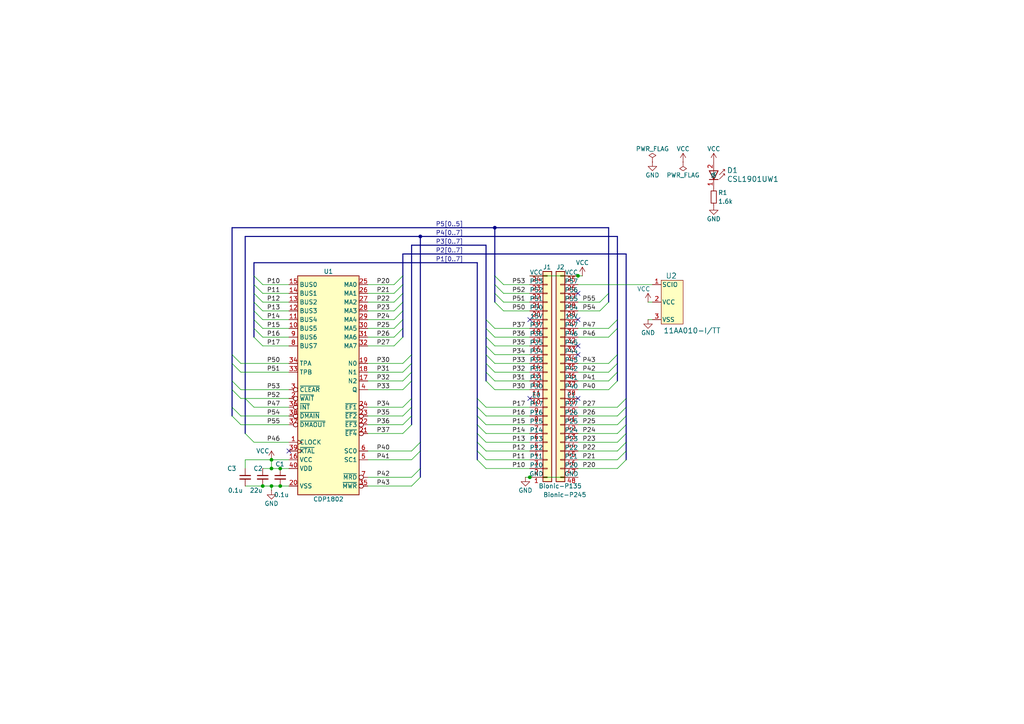
<source format=kicad_sch>
(kicad_sch (version 20231120) (generator "eeschema") (generator_version "8.0")
  (paper "A4")
  (title_block (title "BionicCDP1802") (date "2024-11-01") (rev "7") (company "Tadashi G. Takaoka"))
  (lib_symbols
    (symbol "0-LocalLibrary:11AA010-I_TT" (pin_names (offset 0.254))
      (property "Reference" "U" (at 2.54 1.27 0))
      (property "Value" "11AA010-I/TT" (at 3.81 -13.97 0))
      (symbol "11AA010-I_TT_1_1"
        (rectangle (start 0 0) (end 6.35 -12.7) (fill (type background)))
        (pin bidirectional line (at -2.54 -1.27 0) (length 2.54) (name "SCIO") (number "1"))
        (pin power_in line (at -2.54 -6.35 0) (length 2.54) (name "VCC") (number "2"))
        (pin power_in line (at -2.54 -11.43 0) (length 2.54) (name "VSS") (number "3"))
      )
    )
    (symbol "0-LocalLibrary:Bionic-P135" (pin_names (offset 0))
      (property "Reference" "J" (at 0 30.48 0))
      (property "Value" "Bionic-P135" (at -1.27 -33.02 0))
      (symbol "Bionic-P135_1_1"
        (rectangle (start 0 -30.353) (end -1.27 -30.607) (stroke (width 0.1524)))
        (rectangle (start 0 -27.813) (end -1.27 -28.067) (stroke (width 0.1524)))
        (rectangle (start 0 -25.273) (end -1.27 -25.527) (stroke (width 0.1524)))
        (rectangle (start 0 -22.733) (end -1.27 -22.987) (stroke (width 0.1524)))
        (rectangle (start 0 -20.193) (end -1.27 -20.447) (stroke (width 0.1524)))
        (rectangle (start 0 -17.653) (end -1.27 -17.907) (stroke (width 0.1524)))
        (rectangle (start 0 -15.113) (end -1.27 -15.367) (stroke (width 0.1524)))
        (rectangle (start 0 -12.573) (end -1.27 -12.827) (stroke (width 0.1524)))
        (rectangle (start 0 -10.033) (end -1.27 -10.287) (stroke (width 0.1524)))
        (rectangle (start 0 -7.493) (end -1.27 -7.747) (stroke (width 0.1524)))
        (rectangle (start 0 -4.953) (end -1.27 -5.207) (stroke (width 0.1524)))
        (rectangle (start 0 -2.413) (end -1.27 -2.667) (stroke (width 0.1524)))
        (rectangle (start 0 0.127) (end -1.27 -0.127) (stroke (width 0.1524)))
        (rectangle (start 0 2.667) (end -1.27 2.413) (stroke (width 0.1524)))
        (rectangle (start 0 5.207) (end -1.27 4.953) (stroke (width 0.1524)))
        (rectangle (start 0 7.747) (end -1.27 7.493) (stroke (width 0.1524)))
        (rectangle (start 0 10.287) (end -1.27 10.033) (stroke (width 0.1524)))
        (rectangle (start 0 12.827) (end -1.27 12.573) (stroke (width 0.1524)))
        (rectangle (start 0 15.367) (end -1.27 15.113) (stroke (width 0.1524)))
        (rectangle (start 0 17.907) (end -1.27 17.653) (stroke (width 0.1524)))
        (rectangle (start 0 20.447) (end -1.27 20.193) (stroke (width 0.1524)))
        (rectangle (start 0 22.987) (end -1.27 22.733) (stroke (width 0.1524)))
        (rectangle (start 0 25.527) (end -1.27 25.273) (stroke (width 0.1524)))
        (rectangle (start 0 28.067) (end -1.27 27.813) (stroke (width 0.1524)))
        (rectangle (start 1.27 29.21) (end -1.27 -31.75) (stroke (width 0.254)) (fill (type background)))
        (pin power_in line (at -5.08 -30.48 0) (length 3.81) (name "GND") (number "1"))
        (pin bidirectional line (at -5.08 -7.62 0) (length 3.81) (name "E0") (number "10"))
        (pin bidirectional line (at -5.08 -5.08 0) (length 3.81) (name "P30") (number "11"))
        (pin bidirectional line (at -5.08 -2.54 0) (length 3.81) (name "P31") (number "12"))
        (pin bidirectional line (at -5.08 0 0) (length 3.81) (name "P32") (number "13"))
        (pin bidirectional line (at -5.08 2.54 0) (length 3.81) (name "P33") (number "14"))
        (pin bidirectional line (at -5.08 5.08 0) (length 3.81) (name "P34") (number "15"))
        (pin bidirectional line (at -5.08 7.62 0) (length 3.81) (name "P35") (number "16"))
        (pin bidirectional line (at -5.08 10.16 0) (length 3.81) (name "P36") (number "17"))
        (pin bidirectional line (at -5.08 12.7 0) (length 3.81) (name "P37") (number "18"))
        (pin power_in line (at -5.08 15.24 0) (length 3.81) (name "15V") (number "19"))
        (pin bidirectional line (at -5.08 -27.94 0) (length 3.81) (name "P10") (number "2"))
        (pin bidirectional line (at -5.08 17.78 0) (length 3.81) (name "P50") (number "20"))
        (pin bidirectional line (at -5.08 20.32 0) (length 3.81) (name "P51") (number "21"))
        (pin bidirectional line (at -5.08 22.86 0) (length 3.81) (name "P52") (number "22"))
        (pin bidirectional line (at -5.08 25.4 0) (length 3.81) (name "P53") (number "23"))
        (pin power_in line (at -5.08 27.94 0) (length 3.81) (name "VCC") (number "24"))
        (pin bidirectional line (at -5.08 -25.4 0) (length 3.81) (name "P11") (number "3"))
        (pin bidirectional line (at -5.08 -22.86 0) (length 3.81) (name "P12") (number "4"))
        (pin bidirectional line (at -5.08 -20.32 0) (length 3.81) (name "P13") (number "5"))
        (pin bidirectional line (at -5.08 -17.78 0) (length 3.81) (name "P14") (number "6"))
        (pin bidirectional line (at -5.08 -15.24 0) (length 3.81) (name "P15") (number "7"))
        (pin bidirectional line (at -5.08 -12.7 0) (length 3.81) (name "P16") (number "8"))
        (pin bidirectional line (at -5.08 -10.16 0) (length 3.81) (name "P17") (number "9"))
      )
    )
    (symbol "0-LocalLibrary:Bionic-P245" (pin_names (offset 0))
      (property "Reference" "J" (at -3.81 30.48 0))
      (property "Value" "Bionic-P245" (at -1.27 -33.02 0))
      (symbol "Bionic-P245_1_1"
        (rectangle (start -2.54 -30.607) (end -3.81 -30.353) (stroke (width 0.1524)))
        (rectangle (start -2.54 -28.067) (end -3.81 -27.813) (stroke (width 0.1524)))
        (rectangle (start -2.54 -25.527) (end -3.81 -25.273) (stroke (width 0.1524)))
        (rectangle (start -2.54 -22.987) (end -3.81 -22.733) (stroke (width 0.1524)))
        (rectangle (start -2.54 -20.447) (end -3.81 -20.193) (stroke (width 0.1524)))
        (rectangle (start -2.54 -17.907) (end -3.81 -17.653) (stroke (width 0.1524)))
        (rectangle (start -2.54 -15.367) (end -3.81 -15.113) (stroke (width 0.1524)))
        (rectangle (start -2.54 -12.827) (end -3.81 -12.573) (stroke (width 0.1524)))
        (rectangle (start -2.54 -10.287) (end -3.81 -10.033) (stroke (width 0.1524)))
        (rectangle (start -2.54 -7.747) (end -3.81 -7.493) (stroke (width 0.1524)))
        (rectangle (start -2.54 -5.207) (end -3.81 -4.953) (stroke (width 0.1524)))
        (rectangle (start -2.54 -2.667) (end -3.81 -2.413) (stroke (width 0.1524)))
        (rectangle (start -2.54 -0.127) (end -3.81 0.127) (stroke (width 0.1524)))
        (rectangle (start -2.54 2.413) (end -3.81 2.667) (stroke (width 0.1524)))
        (rectangle (start -2.54 4.953) (end -3.81 5.207) (stroke (width 0.1524)))
        (rectangle (start -2.54 7.493) (end -3.81 7.747) (stroke (width 0.1524)))
        (rectangle (start -2.54 10.033) (end -3.81 10.287) (stroke (width 0.1524)))
        (rectangle (start -2.54 12.573) (end -3.81 12.827) (stroke (width 0.1524)))
        (rectangle (start -2.54 15.113) (end -3.81 15.367) (stroke (width 0.1524)))
        (rectangle (start -2.54 17.653) (end -3.81 17.907) (stroke (width 0.1524)))
        (rectangle (start -2.54 20.193) (end -3.81 20.447) (stroke (width 0.1524)))
        (rectangle (start -2.54 22.733) (end -3.81 22.987) (stroke (width 0.1524)))
        (rectangle (start -2.54 25.273) (end -3.81 25.527) (stroke (width 0.1524)))
        (rectangle (start -2.54 27.813) (end -3.81 28.067) (stroke (width 0.1524)))
        (rectangle (start -2.54 29.21) (end -5.08 -31.75) (stroke (width 0.254)) (fill (type background)))
        (pin power_in line (at 1.27 27.94 180) (length 3.81) (name "VCC") (number "25"))
        (pin bidirectional line (at 1.27 25.4 180) (length 3.81) (name "P57") (number "26"))
        (pin bidirectional line (at 1.27 22.86 180) (length 3.81) (name "P56") (number "27"))
        (pin bidirectional line (at 1.27 20.32 180) (length 3.81) (name "P55") (number "28"))
        (pin bidirectional line (at 1.27 17.78 180) (length 3.81) (name "P54") (number "29"))
        (pin power_in line (at 1.27 15.24 180) (length 3.81) (name "15V") (number "30"))
        (pin bidirectional line (at 1.27 12.7 180) (length 3.81) (name "P47") (number "31"))
        (pin bidirectional line (at 1.27 10.16 180) (length 3.81) (name "P46") (number "32"))
        (pin bidirectional line (at 1.27 7.62 180) (length 3.81) (name "P45") (number "33"))
        (pin bidirectional line (at 1.27 5.08 180) (length 3.81) (name "P44") (number "34"))
        (pin bidirectional line (at 1.27 2.54 180) (length 3.81) (name "P43") (number "35"))
        (pin bidirectional line (at 1.27 0 180) (length 3.81) (name "P42") (number "36"))
        (pin bidirectional line (at 1.27 -2.54 180) (length 3.81) (name "P41") (number "37"))
        (pin bidirectional line (at 1.27 -5.08 180) (length 3.81) (name "P40") (number "38"))
        (pin bidirectional line (at 1.27 -7.62 180) (length 3.81) (name "E1") (number "39"))
        (pin bidirectional line (at 1.27 -10.16 180) (length 3.81) (name "P27") (number "40"))
        (pin bidirectional line (at 1.27 -12.7 180) (length 3.81) (name "P26") (number "41"))
        (pin bidirectional line (at 1.27 -15.24 180) (length 3.81) (name "P25") (number "42"))
        (pin bidirectional line (at 1.27 -17.78 180) (length 3.81) (name "P24") (number "43"))
        (pin bidirectional line (at 1.27 -20.32 180) (length 3.81) (name "P23") (number "44"))
        (pin bidirectional line (at 1.27 -22.86 180) (length 3.81) (name "P22") (number "45"))
        (pin bidirectional line (at 1.27 -25.4 180) (length 3.81) (name "P21") (number "46"))
        (pin bidirectional line (at 1.27 -27.94 180) (length 3.81) (name "P20") (number "47"))
        (pin power_in line (at 1.27 -30.48 180) (length 3.81) (name "GND") (number "48"))
      )
    )
    (symbol "0-LocalLibrary:CDP1802"
      (property "Reference" "U" (at -1.27 31.75 0))
      (property "Value" "CDP1802" (at 0 -3.81 90))
      (symbol "CDP1802_0_0"
        (pin input clock (at -11.43 -17.78 0) (length 2.54) (name "CLOCK") (number "1"))
        (pin input inverted (at -11.43 -2.54 0) (length 2.54) (name "~{CLEAR}") (number "3"))
        (pin output inverted (at 11.43 -30.48 180) (length 2.54) (name "~{MWR}") (number "35"))
      )
      (symbol "CDP1802_0_1"
        (rectangle (start -8.89 -33.02) (end 8.89 30.48) (stroke (width 0.254)) (fill (type background)))
      )
      (symbol "CDP1802_1_1"
        (pin bidirectional line (at -11.43 15.24 0) (length 2.54) (name "BUS5") (number "10"))
        (pin bidirectional line (at -11.43 17.78 0) (length 2.54) (name "BUS4") (number "11"))
        (pin bidirectional line (at -11.43 20.32 0) (length 2.54) (name "BUS3") (number "12"))
        (pin bidirectional line (at -11.43 22.86 0) (length 2.54) (name "BUS2") (number "13"))
        (pin bidirectional line (at -11.43 25.4 0) (length 2.54) (name "BUS1") (number "14"))
        (pin bidirectional line (at -11.43 27.94 0) (length 2.54) (name "BUS0") (number "15"))
        (pin power_in line (at -11.43 -22.86 0) (length 2.54) (name "VCC") (number "16"))
        (pin output line (at 11.43 0 180) (length 2.54) (name "N2") (number "17"))
        (pin output line (at 11.43 2.54 180) (length 2.54) (name "N1") (number "18"))
        (pin output line (at 11.43 5.08 180) (length 2.54) (name "N0") (number "19"))
        (pin input inverted (at -11.43 -5.08 0) (length 2.54) (name "~{WAIT}") (number "2"))
        (pin power_in line (at -11.43 -30.48 0) (length 2.54) (name "VSS") (number "20"))
        (pin input inverted (at 11.43 -15.24 180) (length 2.54) (name "~{EF4}") (number "21"))
        (pin input inverted (at 11.43 -12.7 180) (length 2.54) (name "~{EF3}") (number "22"))
        (pin input inverted (at 11.43 -10.16 180) (length 2.54) (name "~{EF2}") (number "23"))
        (pin input inverted (at 11.43 -7.62 180) (length 2.54) (name "~{EF1}") (number "24"))
        (pin output line (at 11.43 27.94 180) (length 2.54) (name "MA0") (number "25"))
        (pin output line (at 11.43 25.4 180) (length 2.54) (name "MA1") (number "26"))
        (pin output line (at 11.43 22.86 180) (length 2.54) (name "MA2") (number "27"))
        (pin output line (at 11.43 20.32 180) (length 2.54) (name "MA3") (number "28"))
        (pin output line (at 11.43 17.78 180) (length 2.54) (name "MA4") (number "29"))
        (pin output line (at 11.43 15.24 180) (length 2.54) (name "MA5") (number "30"))
        (pin output line (at 11.43 12.7 180) (length 2.54) (name "MA6") (number "31"))
        (pin output line (at 11.43 10.16 180) (length 2.54) (name "MA7") (number "32"))
        (pin output line (at -11.43 2.54 0) (length 2.54) (name "TPB") (number "33"))
        (pin output line (at -11.43 5.08 0) (length 2.54) (name "TPA") (number "34"))
        (pin input inverted (at -11.43 -7.62 0) (length 2.54) (name "~{INT}") (number "36"))
        (pin input inverted (at -11.43 -12.7 0) (length 2.54) (name "~{DMAOUT}") (number "37"))
        (pin input inverted (at -11.43 -10.16 0) (length 2.54) (name "~{DMAIN}") (number "38"))
        (pin output clock (at -11.43 -20.32 0) (length 2.54) (name "~{XTAL}") (number "39"))
        (pin output line (at 11.43 -2.54 180) (length 2.54) (name "Q") (number "4"))
        (pin power_in line (at -11.43 -25.4 0) (length 2.54) (name "VDD") (number "40"))
        (pin output line (at 11.43 -22.86 180) (length 2.54) (name "SC1") (number "5"))
        (pin output line (at 11.43 -20.32 180) (length 2.54) (name "SC0") (number "6"))
        (pin output inverted (at 11.43 -27.94 180) (length 2.54) (name "~{MRD}") (number "7"))
        (pin bidirectional line (at -11.43 10.16 0) (length 2.54) (name "BUS7") (number "8"))
        (pin bidirectional line (at -11.43 12.7 0) (length 2.54) (name "BUS6") (number "9"))
      )
    )
    (symbol "0-LocalLibrary:CSL1901UW1" (pin_names (offset 0.254))
      (property "Reference" "D" (at 3.81 -2.54 0))
      (property "Value" "CSL1901UW1" (at 3.81 -5.08 0))
      (symbol "CSL1901UW1_0_1"
        (polyline (pts (xy 2.159 3.175) (xy 2.667 3.175)))
        (polyline (pts (xy 2.54 0) (xy 5.08 0)))
        (polyline (pts (xy 5.08 1.27) (xy 5.08 -1.27)) (stroke (width 0.254)))
        (polyline (pts (xy 3.683 1.651) (xy 2.159 3.175) (xy 2.159 2.667)))
        (polyline (pts (xy 2.54 -1.27) (xy 5.08 0) (xy 2.54 1.27) (xy 2.54 -1.27)) (stroke (width 0.254)))
        (polyline (pts (xy 4.953 1.651) (xy 3.429 3.175) (xy 3.429 2.667) (xy 3.429 3.175) (xy 3.937 3.175)))
      )
      (symbol "CSL1901UW1_1_1"
        (pin passive line (at 7.62 0 180) (length 2.54) (name "K") (number "1"))
        (pin passive line (at 0 0 0) (length 2.54) (name "A") (number "2"))
      )
      (symbol "CSL1901UW1_1_2"
        (polyline (pts (xy -5.08 7.62) (xy -4.445 8.255)) (stroke (width 0.2032)))
        (polyline (pts (xy -5.08 8.255) (xy -5.08 7.62)) (stroke (width 0.2032)))
        (polyline (pts (xy -4.445 6.35) (xy -3.81 6.985)) (stroke (width 0.2032)))
        (polyline (pts (xy -4.445 8.255) (xy -5.08 8.255)) (stroke (width 0.2032)))
        (polyline (pts (xy -4.445 9.525) (xy -3.81 10.16)) (stroke (width 0.2032)))
        (polyline (pts (xy -4.445 10.16) (xy -4.445 9.525)) (stroke (width 0.2032)))
        (polyline (pts (xy -3.81 6.985) (xy -5.08 8.255)) (stroke (width 0.2032)))
        (polyline (pts (xy -3.81 8.255) (xy -3.175 8.89)) (stroke (width 0.2032)))
        (polyline (pts (xy -3.81 10.16) (xy -4.445 10.16)) (stroke (width 0.2032)))
        (polyline (pts (xy -3.175 5.08) (xy -4.445 6.35)) (stroke (width 0.2032)))
        (polyline (pts (xy -3.175 8.89) (xy -4.445 10.16)) (stroke (width 0.2032)))
        (polyline (pts (xy -2.54 6.985) (xy -3.81 8.255)) (stroke (width 0.2032)))
        (polyline (pts (xy -1.905 3.81) (xy 1.905 3.81)) (stroke (width 0.2032)))
        (polyline (pts (xy 0 2.54) (xy 0 3.4798)) (stroke (width 0.2032)))
        (polyline (pts (xy 0 3.175) (xy 0 3.81)) (stroke (width 0.2032)))
        (polyline (pts (xy 0 6.35) (xy -1.905 3.81)) (stroke (width 0.2032)))
        (polyline (pts (xy 0 6.35) (xy 0 7.62)) (stroke (width 0.2032)))
        (polyline (pts (xy 1.905 3.81) (xy 0 6.35)) (stroke (width 0.2032)))
        (polyline (pts (xy 1.905 6.35) (xy -1.905 6.35)) (stroke (width 0.2032)))
        (pin unspecified line (at 0 10.16 270) (length 2.54) (name "") (number "1"))
        (pin unspecified line (at 0 0 90) (length 2.54) (name "") (number "2"))
      )
    )
    (symbol "Device:C_Small" (pin_numbers hide) (pin_names (offset 0.254) hide)
      (property "Reference" "C" (at 0.254 1.778 0))
      (property "Value" "C_Small" (at 0.254 -2.032 0))
      (symbol "C_Small_0_1"
        (polyline (pts (xy -1.524 -0.508) (xy 1.524 -0.508)) (stroke (width 0.3302)))
        (polyline (pts (xy -1.524 0.508) (xy 1.524 0.508)) (stroke (width 0.3048)))
      )
      (symbol "C_Small_1_1"
        (pin passive line (at 0 2.54 270) (length 2.032) (name "~") (number "1"))
        (pin passive line (at 0 -2.54 90) (length 2.032) (name "~") (number "2"))
      )
    )
    (symbol "Device:R_Small" (pin_numbers hide) (pin_names (offset 0.254) hide)
      (property "Reference" "R" (at 0.762 0.508 0))
      (property "Value" "R_Small" (at 0.762 -1.016 0))
      (symbol "R_Small_0_1"
        (rectangle (start -0.762 1.778) (end 0.762 -1.778) (stroke (width 0.2032)))
      )
      (symbol "R_Small_1_1"
        (pin passive line (at 0 2.54 270) (length 0.762) (name "~") (number "1"))
        (pin passive line (at 0 -2.54 90) (length 0.762) (name "~") (number "2"))
      )
    )
    (symbol "power:GND" (power) (pin_numbers hide) (pin_names (offset 0) hide)
      (property "Value" "GND" (at 0 -3.81 0))
      (symbol "GND_0_1"
        (polyline (pts (xy 0 0) (xy 0 -1.27) (xy 1.27 -1.27) (xy 0 -2.54) (xy -1.27 -1.27) (xy 0 -1.27)))
      )
      (symbol "GND_1_1"
        (pin power_in line (at 0 0 270) (length 0) (name "~") (number "1"))
      )
    )
    (symbol "power:PWR_FLAG" (power) (pin_numbers hide) (pin_names (offset 0) hide)
      (property "Value" "PWR_FLAG" (at 0 3.81 0))
      (symbol "PWR_FLAG_0_0"
        (pin power_out line (at 0 0 90) (length 0) (name "~") (number "1"))
      )
      (symbol "PWR_FLAG_0_1"
        (polyline (pts (xy 0 0) (xy 0 1.27) (xy -1.016 1.905) (xy 0 2.54) (xy 1.016 1.905) (xy 0 1.27)))
      )
    )
    (symbol "power:VCC" (power) (pin_numbers hide) (pin_names (offset 0) hide)
      (property "Value" "VCC" (at 0 3.556 0))
      (symbol "VCC_0_1"
        (polyline (pts (xy -0.762 1.27) (xy 0 2.54)))
        (polyline (pts (xy 0 0) (xy 0 2.54)))
        (polyline (pts (xy 0 2.54) (xy 0.762 1.27)))
      )
      (symbol "VCC_1_1"
        (pin power_in line (at 0 0 90) (length 0) (name "~") (number "1"))
      )
    )
  )
  (junction (at 81.28 135.89))
  (junction (at 76.2 140.97))
  (junction (at 167.64 80.01))
  (junction (at 143.51 66.04))
  (junction (at 78.74 140.97))
  (junction (at 81.28 140.97))
  (junction (at 153.67 138.43))
  (junction (at 78.74 135.89))
  (junction (at 78.74 133.35))
  (junction (at 121.92 68.58))
  (no_connect (at 167.64 92.71))
  (no_connect (at 167.64 100.33))
  (no_connect (at 153.67 115.57))
  (no_connect (at 167.64 115.57))
  (no_connect (at 153.67 92.71))
  (no_connect (at 167.64 85.09))
  (no_connect (at 83.82 130.81))
  (no_connect (at 167.64 102.87))
  (bus_entry (at 140.97 135.89) (size -2.54 -2.54))
  (bus_entry (at 140.97 97.79) (size 2.54 2.54))
  (bus_entry (at 181.61 115.57) (size -2.54 2.54))
  (bus_entry (at 116.84 87.63) (size -2.54 2.54))
  (bus_entry (at 67.31 102.87) (size 2.54 2.54))
  (bus_entry (at 116.84 97.79) (size -2.54 2.54))
  (bus_entry (at 179.07 105.41) (size -2.54 2.54))
  (bus_entry (at 119.38 133.35) (size 2.54 -2.54))
  (bus_entry (at 71.12 125.73) (size 2.54 2.54))
  (bus_entry (at 76.2 95.25) (size -2.54 -2.54))
  (bus_entry (at 76.2 90.17) (size -2.54 -2.54))
  (bus_entry (at 140.97 107.95) (size 2.54 2.54))
  (bus_entry (at 181.61 128.27) (size -2.54 2.54))
  (bus_entry (at 116.84 92.71) (size -2.54 2.54))
  (bus_entry (at 116.84 80.01) (size -2.54 2.54))
  (bus_entry (at 69.85 115.57) (size -2.54 -2.54))
  (bus_entry (at 179.07 95.25) (size -2.54 2.54))
  (bus_entry (at 181.61 125.73) (size -2.54 2.54))
  (bus_entry (at 146.05 85.09) (size -2.54 -2.54))
  (bus_entry (at 116.84 107.95) (size 2.54 -2.54))
  (bus_entry (at 69.85 120.65) (size -2.54 -2.54))
  (bus_entry (at 181.61 118.11) (size -2.54 2.54))
  (bus_entry (at 140.97 110.49) (size 2.54 2.54))
  (bus_entry (at 121.92 135.89) (size -2.54 2.54))
  (bus_entry (at 76.2 85.09) (size -2.54 -2.54))
  (bus_entry (at 179.07 102.87) (size -2.54 2.54))
  (bus_entry (at 146.05 90.17) (size -2.54 -2.54))
  (bus_entry (at 69.85 123.19) (size -2.54 -2.54))
  (bus_entry (at 179.07 110.49) (size -2.54 2.54))
  (bus_entry (at 140.97 118.11) (size -2.54 -2.54))
  (bus_entry (at 173.99 90.17) (size 2.54 -2.54))
  (bus_entry (at 140.97 120.65) (size -2.54 -2.54))
  (bus_entry (at 116.84 118.11) (size 2.54 -2.54))
  (bus_entry (at 146.05 82.55) (size -2.54 -2.54))
  (bus_entry (at 67.31 105.41) (size 2.54 2.54))
  (bus_entry (at 116.84 85.09) (size -2.54 2.54))
  (bus_entry (at 140.97 102.87) (size 2.54 2.54))
  (bus_entry (at 140.97 125.73) (size -2.54 -2.54))
  (bus_entry (at 181.61 130.81) (size -2.54 2.54))
  (bus_entry (at 116.84 120.65) (size 2.54 -2.54))
  (bus_entry (at 140.97 92.71) (size 2.54 2.54))
  (bus_entry (at 76.2 97.79) (size -2.54 -2.54))
  (bus_entry (at 181.61 120.65) (size -2.54 2.54))
  (bus_entry (at 116.84 90.17) (size -2.54 2.54))
  (bus_entry (at 76.2 92.71) (size -2.54 -2.54))
  (bus_entry (at 76.2 82.55) (size -2.54 -2.54))
  (bus_entry (at 179.07 107.95) (size -2.54 2.54))
  (bus_entry (at 140.97 105.41) (size 2.54 2.54))
  (bus_entry (at 116.84 95.25) (size -2.54 2.54))
  (bus_entry (at 140.97 128.27) (size -2.54 -2.54))
  (bus_entry (at 121.92 138.43) (size -2.54 2.54))
  (bus_entry (at 119.38 110.49) (size -2.54 2.54))
  (bus_entry (at 140.97 95.25) (size 2.54 2.54))
  (bus_entry (at 140.97 100.33) (size 2.54 2.54))
  (bus_entry (at 181.61 123.19) (size -2.54 2.54))
  (bus_entry (at 119.38 130.81) (size 2.54 -2.54))
  (bus_entry (at 173.99 87.63) (size 2.54 -2.54))
  (bus_entry (at 116.84 110.49) (size 2.54 -2.54))
  (bus_entry (at 69.85 113.03) (size -2.54 -2.54))
  (bus_entry (at 146.05 87.63) (size -2.54 -2.54))
  (bus_entry (at 140.97 123.19) (size -2.54 -2.54))
  (bus_entry (at 116.84 105.41) (size 2.54 -2.54))
  (bus_entry (at 76.2 87.63) (size -2.54 -2.54))
  (bus_entry (at 116.84 82.55) (size -2.54 2.54))
  (bus_entry (at 71.12 115.57) (size 2.54 2.54))
  (bus_entry (at 140.97 130.81) (size -2.54 -2.54))
  (bus_entry (at 181.61 133.35) (size -2.54 2.54))
  (bus_entry (at 140.97 133.35) (size -2.54 -2.54))
  (bus_entry (at 179.07 92.71) (size -2.54 2.54))
  (bus_entry (at 119.38 123.19) (size -2.54 2.54))
  (bus_entry (at 119.38 120.65) (size -2.54 2.54))
  (bus_entry (at 76.2 100.33) (size -2.54 -2.54))
  (wire (pts (xy 73.66 118.11) (xy 83.82 118.11)))
  (bus (pts (xy 116.84 92.71) (xy 116.84 95.25)))
  (wire (pts (xy 143.51 107.95) (xy 153.67 107.95)))
  (wire (pts (xy 106.68 125.73) (xy 116.84 125.73)))
  (bus (pts (xy 138.43 115.57) (xy 138.43 118.11)))
  (bus (pts (xy 140.97 97.79) (xy 140.97 100.33)))
  (bus (pts (xy 116.84 73.66) (xy 116.84 80.01)))
  (wire (pts (xy 167.64 125.73) (xy 179.07 125.73)))
  (wire (pts (xy 140.97 133.35) (xy 153.67 133.35)))
  (wire (pts (xy 140.97 118.11) (xy 153.67 118.11)))
  (bus (pts (xy 67.31 66.04) (xy 67.31 102.87)))
  (bus (pts (xy 140.97 102.87) (xy 140.97 105.41)))
  (wire (pts (xy 106.68 87.63) (xy 114.3 87.63)))
  (wire (pts (xy 69.85 113.03) (xy 83.82 113.03)))
  (wire (pts (xy 78.74 140.97) (xy 81.28 140.97)))
  (bus (pts (xy 119.38 110.49) (xy 119.38 115.57)))
  (bus (pts (xy 67.31 105.41) (xy 67.31 110.49)))
  (bus (pts (xy 119.38 71.12) (xy 140.97 71.12)))
  (wire (pts (xy 106.68 123.19) (xy 116.84 123.19)))
  (wire (pts (xy 153.67 138.43) (xy 167.64 138.43)))
  (bus (pts (xy 119.38 115.57) (xy 119.38 118.11)))
  (wire (pts (xy 143.51 100.33) (xy 153.67 100.33)))
  (bus (pts (xy 143.51 66.04) (xy 143.51 80.01)))
  (bus (pts (xy 140.97 95.25) (xy 140.97 97.79)))
  (wire (pts (xy 140.97 130.81) (xy 153.67 130.81)))
  (wire (pts (xy 143.51 95.25) (xy 153.67 95.25)))
  (bus (pts (xy 179.07 107.95) (xy 179.07 105.41)))
  (wire (pts (xy 76.2 85.09) (xy 83.82 85.09)))
  (wire (pts (xy 106.68 107.95) (xy 116.84 107.95)))
  (bus (pts (xy 138.43 118.11) (xy 138.43 120.65)))
  (wire (pts (xy 167.64 133.35) (xy 179.07 133.35)))
  (bus (pts (xy 116.84 85.09) (xy 116.84 87.63)))
  (wire (pts (xy 143.51 110.49) (xy 153.67 110.49)))
  (wire (pts (xy 106.68 130.81) (xy 119.38 130.81)))
  (wire (pts (xy 167.64 87.63) (xy 173.99 87.63)))
  (bus (pts (xy 181.61 125.73) (xy 181.61 128.27)))
  (wire (pts (xy 106.68 110.49) (xy 116.84 110.49)))
  (wire (pts (xy 167.64 128.27) (xy 179.07 128.27)))
  (wire (pts (xy 106.68 92.71) (xy 114.3 92.71)))
  (wire (pts (xy 187.96 92.71) (xy 189.23 92.71)))
  (bus (pts (xy 138.43 125.73) (xy 138.43 128.27)))
  (wire (pts (xy 106.68 95.25) (xy 114.3 95.25)))
  (bus (pts (xy 179.07 95.25) (xy 179.07 102.87)))
  (wire (pts (xy 83.82 133.35) (xy 78.74 133.35)))
  (wire (pts (xy 106.68 113.03) (xy 116.84 113.03)))
  (wire (pts (xy 140.97 128.27) (xy 153.67 128.27)))
  (wire (pts (xy 73.66 128.27) (xy 83.82 128.27)))
  (bus (pts (xy 73.66 76.2) (xy 73.66 80.01)))
  (wire (pts (xy 76.2 82.55) (xy 83.82 82.55)))
  (wire (pts (xy 106.68 90.17) (xy 114.3 90.17)))
  (bus (pts (xy 67.31 110.49) (xy 67.31 113.03)))
  (wire (pts (xy 106.68 120.65) (xy 116.84 120.65)))
  (wire (pts (xy 168.91 80.01) (xy 167.64 80.01)))
  (bus (pts (xy 181.61 73.66) (xy 181.61 115.57)))
  (wire (pts (xy 71.12 133.35) (xy 78.74 133.35)))
  (bus (pts (xy 179.07 110.49) (xy 179.07 107.95)))
  (wire (pts (xy 167.64 118.11) (xy 179.07 118.11)))
  (bus (pts (xy 119.38 102.87) (xy 119.38 105.41)))
  (wire (pts (xy 143.51 97.79) (xy 153.67 97.79)))
  (bus (pts (xy 138.43 120.65) (xy 138.43 123.19)))
  (wire (pts (xy 69.85 105.41) (xy 83.82 105.41)))
  (bus (pts (xy 181.61 115.57) (xy 181.61 118.11)))
  (wire (pts (xy 167.64 107.95) (xy 176.53 107.95)))
  (wire (pts (xy 106.68 105.41) (xy 116.84 105.41)))
  (wire (pts (xy 167.64 97.79) (xy 176.53 97.79)))
  (wire (pts (xy 71.12 133.35) (xy 71.12 135.89)))
  (wire (pts (xy 187.96 87.63) (xy 189.23 87.63)))
  (bus (pts (xy 140.97 105.41) (xy 140.97 107.95)))
  (bus (pts (xy 181.61 118.11) (xy 181.61 120.65)))
  (bus (pts (xy 121.92 68.58) (xy 121.92 128.27)))
  (wire (pts (xy 146.05 82.55) (xy 153.67 82.55)))
  (bus (pts (xy 121.92 138.43) (xy 121.92 135.89)))
  (bus (pts (xy 143.51 82.55) (xy 143.51 85.09)))
  (bus (pts (xy 71.12 125.73) (xy 71.12 115.57)))
  (wire (pts (xy 146.05 87.63) (xy 153.67 87.63)))
  (wire (pts (xy 76.2 90.17) (xy 83.82 90.17)))
  (bus (pts (xy 73.66 82.55) (xy 73.66 85.09)))
  (bus (pts (xy 73.66 95.25) (xy 73.66 97.79)))
  (bus (pts (xy 116.84 90.17) (xy 116.84 92.71)))
  (bus (pts (xy 181.61 130.81) (xy 181.61 133.35)))
  (bus (pts (xy 140.97 71.12) (xy 140.97 92.71)))
  (wire (pts (xy 167.64 82.55) (xy 189.23 82.55)))
  (wire (pts (xy 69.85 115.57) (xy 71.12 115.57)))
  (bus (pts (xy 73.66 76.2) (xy 138.43 76.2)))
  (wire (pts (xy 140.97 123.19) (xy 153.67 123.19)))
  (bus (pts (xy 73.66 80.01) (xy 73.66 82.55)))
  (wire (pts (xy 106.68 97.79) (xy 114.3 97.79)))
  (bus (pts (xy 67.31 113.03) (xy 67.31 118.11)))
  (wire (pts (xy 106.68 85.09) (xy 114.3 85.09)))
  (wire (pts (xy 167.64 130.81) (xy 179.07 130.81)))
  (bus (pts (xy 176.53 85.09) (xy 176.53 66.04)))
  (wire (pts (xy 140.97 125.73) (xy 153.67 125.73)))
  (wire (pts (xy 106.68 138.43) (xy 119.38 138.43)))
  (bus (pts (xy 179.07 68.58) (xy 179.07 92.71)))
  (wire (pts (xy 78.74 135.89) (xy 81.28 135.89)))
  (wire (pts (xy 69.85 120.65) (xy 83.82 120.65)))
  (wire (pts (xy 106.68 100.33) (xy 114.3 100.33)))
  (wire (pts (xy 167.64 105.41) (xy 176.53 105.41)))
  (bus (pts (xy 71.12 115.57) (xy 71.12 68.58)))
  (wire (pts (xy 76.2 95.25) (xy 83.82 95.25)))
  (bus (pts (xy 138.43 115.57) (xy 138.43 76.2)))
  (bus (pts (xy 119.38 105.41) (xy 119.38 107.95)))
  (wire (pts (xy 78.74 133.35) (xy 78.74 135.89)))
  (bus (pts (xy 73.66 85.09) (xy 73.66 87.63)))
  (wire (pts (xy 152.4 138.43) (xy 153.67 138.43)))
  (wire (pts (xy 153.67 80.01) (xy 167.64 80.01)))
  (wire (pts (xy 106.68 118.11) (xy 116.84 118.11)))
  (wire (pts (xy 71.12 115.57) (xy 83.82 115.57)))
  (wire (pts (xy 167.64 123.19) (xy 179.07 123.19)))
  (wire (pts (xy 81.28 140.97) (xy 83.82 140.97)))
  (bus (pts (xy 119.38 120.65) (xy 119.38 123.19)))
  (bus (pts (xy 67.31 102.87) (xy 67.31 105.41)))
  (wire (pts (xy 167.64 113.03) (xy 176.53 113.03)))
  (wire (pts (xy 78.74 142.24) (xy 78.74 140.97)))
  (bus (pts (xy 116.84 80.01) (xy 116.84 82.55)))
  (wire (pts (xy 71.12 140.97) (xy 76.2 140.97)))
  (wire (pts (xy 76.2 97.79) (xy 83.82 97.79)))
  (wire (pts (xy 140.97 120.65) (xy 153.67 120.65)))
  (bus (pts (xy 73.66 87.63) (xy 73.66 90.17)))
  (bus (pts (xy 67.31 118.11) (xy 67.31 120.65)))
  (bus (pts (xy 121.92 135.89) (xy 121.92 130.81)))
  (bus (pts (xy 140.97 100.33) (xy 140.97 102.87)))
  (bus (pts (xy 116.84 82.55) (xy 116.84 85.09)))
  (bus (pts (xy 121.92 68.58) (xy 179.07 68.58)))
  (wire (pts (xy 106.68 140.97) (xy 119.38 140.97)))
  (wire (pts (xy 69.85 107.95) (xy 83.82 107.95)))
  (wire (pts (xy 76.2 87.63) (xy 83.82 87.63)))
  (bus (pts (xy 143.51 80.01) (xy 143.51 82.55)))
  (wire (pts (xy 143.51 105.41) (xy 153.67 105.41)))
  (bus (pts (xy 140.97 107.95) (xy 140.97 110.49)))
  (bus (pts (xy 73.66 90.17) (xy 73.66 92.71)))
  (bus (pts (xy 121.92 130.81) (xy 121.92 128.27)))
  (wire (pts (xy 167.64 90.17) (xy 173.99 90.17)))
  (bus (pts (xy 138.43 128.27) (xy 138.43 130.81)))
  (bus (pts (xy 119.38 118.11) (xy 119.38 120.65)))
  (wire (pts (xy 106.68 133.35) (xy 119.38 133.35)))
  (bus (pts (xy 179.07 105.41) (xy 179.07 102.87)))
  (bus (pts (xy 181.61 128.27) (xy 181.61 130.81)))
  (wire (pts (xy 146.05 90.17) (xy 153.67 90.17)))
  (wire (pts (xy 81.28 135.89) (xy 83.82 135.89)))
  (bus (pts (xy 140.97 92.71) (xy 140.97 95.25)))
  (bus (pts (xy 138.43 130.81) (xy 138.43 133.35)))
  (bus (pts (xy 119.38 107.95) (xy 119.38 110.49)))
  (wire (pts (xy 143.51 113.03) (xy 153.67 113.03)))
  (bus (pts (xy 116.84 87.63) (xy 116.84 90.17)))
  (bus (pts (xy 143.51 66.04) (xy 176.53 66.04)))
  (bus (pts (xy 73.66 92.71) (xy 73.66 95.25)))
  (wire (pts (xy 140.97 135.89) (xy 153.67 135.89)))
  (bus (pts (xy 181.61 120.65) (xy 181.61 123.19)))
  (wire (pts (xy 69.85 123.19) (xy 83.82 123.19)))
  (wire (pts (xy 167.64 95.25) (xy 176.53 95.25)))
  (bus (pts (xy 143.51 85.09) (xy 143.51 87.63)))
  (bus (pts (xy 138.43 123.19) (xy 138.43 125.73)))
  (bus (pts (xy 71.12 68.58) (xy 121.92 68.58)))
  (wire (pts (xy 76.2 100.33) (xy 83.82 100.33)))
  (bus (pts (xy 67.31 66.04) (xy 143.51 66.04)))
  (bus (pts (xy 119.38 71.12) (xy 119.38 102.87)))
  (bus (pts (xy 179.07 92.71) (xy 179.07 95.25)))
  (wire (pts (xy 146.05 85.09) (xy 153.67 85.09)))
  (bus (pts (xy 176.53 87.63) (xy 176.53 85.09)))
  (wire (pts (xy 106.68 82.55) (xy 114.3 82.55)))
  (wire (pts (xy 167.64 120.65) (xy 179.07 120.65)))
  (wire (pts (xy 76.2 140.97) (xy 78.74 140.97)))
  (bus (pts (xy 116.84 73.66) (xy 181.61 73.66)))
  (wire (pts (xy 76.2 92.71) (xy 83.82 92.71)))
  (wire (pts (xy 167.64 135.89) (xy 179.07 135.89)))
  (bus (pts (xy 116.84 95.25) (xy 116.84 97.79)))
  (wire (pts (xy 143.51 102.87) (xy 153.67 102.87)))
  (bus (pts (xy 181.61 123.19) (xy 181.61 125.73)))
  (wire (pts (xy 167.64 110.49) (xy 176.53 110.49)))
  (wire (pts (xy 76.2 135.89) (xy 78.74 135.89)))
  (label "P26" (at 168.91 120.65 0))
  (label "P31" (at 109.22 107.95 0))
  (label "P12" (at 81.28 87.63 180))
  (label "P41" (at 168.91 110.49 0))
  (label "P55" (at 168.91 87.63 0))
  (label "P17" (at 152.4 118.11 180))
  (label "P43" (at 109.22 140.97 0))
  (label "P5[0..5]" (at 126.365 66.04 0))
  (label "P54" (at 81.28 120.65 180))
  (label "P35" (at 152.4 100.33 180))
  (label "P42" (at 109.22 138.43 0))
  (label "P10" (at 81.28 82.55 180))
  (label "P36" (at 109.22 123.19 0))
  (label "P23" (at 109.22 90.17 0))
  (label "P46" (at 81.28 128.27 180))
  (label "P47" (at 168.91 95.25 0))
  (label "P17" (at 81.28 100.33 180))
  (label "P22" (at 109.22 87.63 0))
  (label "P36" (at 152.4 97.79 180))
  (label "P27" (at 168.91 118.11 0))
  (label "P21" (at 168.91 133.35 0))
  (label "P4[0..7]" (at 126.365 68.58 0))
  (label "P50" (at 152.4 90.17 180))
  (label "P2[0..7]" (at 126.365 73.66 0))
  (label "P16" (at 81.28 97.79 180))
  (label "P25" (at 109.22 95.25 0))
  (label "P27" (at 109.22 100.33 0))
  (label "P40" (at 168.91 113.03 0))
  (label "P15" (at 152.4 123.19 180))
  (label "P25" (at 168.91 123.19 0))
  (label "P22" (at 168.91 130.81 0))
  (label "P46" (at 168.91 97.79 0))
  (label "P13" (at 152.4 128.27 180))
  (label "P3[0..7]" (at 126.365 71.12 0))
  (label "P21" (at 109.22 85.09 0))
  (label "P12" (at 152.4 130.81 180))
  (label "P33" (at 109.22 113.03 0))
  (label "P55" (at 81.28 123.19 180))
  (label "P52" (at 152.4 85.09 180))
  (label "P37" (at 109.22 125.73 0))
  (label "P13" (at 81.28 90.17 180))
  (label "P33" (at 152.4 105.41 180))
  (label "P30" (at 152.4 113.03 180))
  (label "P37" (at 152.4 95.25 180))
  (label "P16" (at 152.4 120.65 180))
  (label "P1[0..7]" (at 126.365 76.2 0))
  (label "P43" (at 168.91 105.41 0))
  (label "P50" (at 81.28 105.41 180))
  (label "P40" (at 109.22 130.81 0))
  (label "P47" (at 81.28 118.11 180))
  (label "P32" (at 109.22 110.49 0))
  (label "P41" (at 109.22 133.35 0))
  (label "P30" (at 109.22 105.41 0))
  (label "P24" (at 109.22 92.71 0))
  (label "P11" (at 152.4 133.35 180))
  (label "P24" (at 168.91 125.73 0))
  (label "P20" (at 109.22 82.55 0))
  (label "P53" (at 81.28 113.03 180))
  (label "P51" (at 81.28 107.95 180))
  (label "P51" (at 152.4 87.63 180))
  (label "P34" (at 152.4 102.87 180))
  (label "P10" (at 152.4 135.89 180))
  (label "P52" (at 81.28 115.57 180))
  (label "P14" (at 152.4 125.73 180))
  (label "P15" (at 81.28 95.25 180))
  (label "P54" (at 168.91 90.17 0))
  (label "P14" (at 81.28 92.71 180))
  (label "P31" (at 152.4 110.49 180))
  (label "P26" (at 109.22 97.79 0))
  (label "P53" (at 152.4 82.55 180))
  (label "P11" (at 81.28 85.09 180))
  (label "P20" (at 168.91 135.89 0))
  (label "P34" (at 109.22 118.11 0))
  (label "P42" (at 168.91 107.95 0))
  (label "P35" (at 109.22 120.65 0))
  (label "P32" (at 152.4 107.95 180))
  (label "P23" (at 168.91 128.27 0))
  (symbol (lib_id "Device:C_Small") (at 76.2 138.43 0) (mirror y) (unit 1)
    (property "Reference" "C2" (at 76.2 135.89 0) (effects (justify left)))
    (property "Value" "22u" (at 76.2 142.24 0) (effects (justify left)))
    (property "Footprint" "Capacitor_SMD:C_0603_1608Metric_Pad1.08x0.95mm_HandSolder" (effects (hide yes)))
  )
  (symbol (lib_id "power:GND") (at 189.23 46.99 0) (unit 1)
    (property "Reference" "#PWR06" (effects (hide yes)))
    (property "Value" "GND" (at 189.23 50.8 0))
    (property "Description" "Power symbol creates a global label with name \"GND\" , ground" (effects (hide yes)))
  )
  (symbol (lib_id "power:VCC") (at 198.12 46.99 0) (unit 1)
    (property "Reference" "#PWR03" (effects (hide yes)))
    (property "Value" "VCC" (at 198.12 43.18 0))
    (property "Description" "Power symbol creates a global label with name \"VCC\"" (effects (hide yes)))
  )
  (symbol (lib_id "Device:R_Small") (at 207.01 57.15 0) (unit 1)
    (property "Reference" "R1" (at 208.28 55.88 0) (effects (justify left)))
    (property "Value" "1.6k" (at 208.28 58.42 0) (effects (justify left)))
    (property "Footprint" "Resistor_SMD:R_0603_1608Metric_Pad0.98x0.95mm_HandSolder" (effects (hide yes)))
  )
  (symbol (lib_id "power:GND") (at 207.01 59.69 0) (unit 1)
    (property "Reference" "#PWR010" (effects (hide yes)))
    (property "Value" "GND" (at 207.01 63.5 0))
    (property "Description" "Power symbol creates a global label with name \"GND\" , ground" (effects (hide yes)))
  )
  (symbol (lib_id "0-LocalLibrary:11AA010-I_TT") (at 191.77 81.28 0) (unit 1)
    (property "Reference" "U2" (at 193.04 80.01 0) (effects (font (size 1.524 1.524)) (justify left)))
    (property "Value" "11AA010-I/TT" (at 192.405 95.885 0) (effects (font (size 1.524 1.524)) (justify left)))
    (property "Footprint" "0-LocalLibrary:SOT-23_MC_MCH-M" (effects (hide yes)))
    (property "Datasheet" "11AA010-I/TO" (effects (hide yes)))
  )
  (symbol (lib_id "power:VCC") (at 78.74 133.35 0) (unit 1)
    (property "Reference" "#PWR01" (effects (hide yes)))
    (property "Value" "VCC" (at 76.2 130.81 0))
    (property "Description" "Power symbol creates a global label with name \"VCC\"" (effects (hide yes)))
  )
  (symbol (lib_id "power:PWR_FLAG") (at 198.12 46.99 0) (mirror x) (unit 1)
    (property "Reference" "#FLG02" (effects (hide yes)))
    (property "Value" "PWR_FLAG" (at 198.12 50.8 0))
    (property "Description" "Special symbol for telling ERC where power comes from" (effects (hide yes)))
  )
  (symbol (lib_id "power:VCC") (at 168.91 80.01 0) (unit 1)
    (property "Reference" "#PWR02" (effects (hide yes)))
    (property "Value" "VCC" (at 168.91 76.2 0))
    (property "Description" "Power symbol creates a global label with name \"VCC\"" (effects (hide yes)))
  )
  (symbol (lib_id "0-LocalLibrary:CDP1802") (at 95.25 110.49 0) (unit 1)
    (property "Reference" "U1" (at 95.25 78.74 0))
    (property "Value" "CDP1802" (at 95.25 144.78 0))
    (property "Footprint" "0-LocalLibrary:DIP-40_W15.24mm_Socket" (effects (hide yes)))
    (property "Datasheet" "http://www.cosmacelf.com/publications/data-sheets/cdp1802.pdf" (effects (hide yes)))
  )
  (symbol (lib_id "power:GND") (at 187.96 92.71 0) (unit 1)
    (property "Reference" "#PWR08" (effects (hide yes)))
    (property "Value" "GND" (at 187.96 96.52 0))
    (property "Description" "Power symbol creates a global label with name \"GND\" , ground" (effects (hide yes)))
  )
  (symbol (lib_id "0-LocalLibrary:Bionic-P135") (at 158.75 107.95 0) (unit 1)
    (property "Reference" "J1" (at 157.48 77.47 0) (effects (justify left)))
    (property "Value" "Bionic-P135" (at 156.21 140.97 0) (effects (justify left)))
    (property "Footprint" "0-LocalLibrary:Bionic-P135_Vertical" (effects (hide yes)))
  )
  (symbol (lib_id "Device:C_Small") (at 81.28 138.43 0) (mirror y) (unit 1)
    (property "Reference" "C1" (at 82.55 134.62 0) (effects (justify left)))
    (property "Value" "0.1u" (at 83.82 143.51 0) (effects (justify left)))
    (property "Footprint" "Capacitor_SMD:C_0603_1608Metric_Pad1.08x0.95mm_HandSolder" (effects (hide yes)))
  )
  (symbol (lib_id "power:VCC") (at 207.01 46.99 0) (unit 1)
    (property "Reference" "#PWR09" (effects (hide yes)))
    (property "Value" "VCC" (at 207.01 43.18 0))
    (property "Description" "Power symbol creates a global label with name \"VCC\"" (effects (hide yes)))
  )
  (symbol (lib_id "power:GND") (at 152.4 138.43 0) (unit 1)
    (property "Reference" "#PWR07" (effects (hide yes)))
    (property "Value" "GND" (at 152.4 142.24 0))
    (property "Description" "Power symbol creates a global label with name \"GND\" , ground" (effects (hide yes)))
  )
  (symbol (lib_id "power:VCC") (at 187.96 87.63 0) (unit 1)
    (property "Reference" "#PWR05" (effects (hide yes)))
    (property "Value" "VCC" (at 186.69 83.82 0))
    (property "Description" "Power symbol creates a global label with name \"VCC\"" (effects (hide yes)))
  )
  (symbol (lib_id "0-LocalLibrary:CSL1901UW1") (at 207.01 46.99 270) (unit 1)
    (property "Reference" "D1" (at 210.82 49.403 90) (effects (font (size 1.524 1.524)) (justify left)))
    (property "Value" "CSL1901UW1" (at 210.82 51.943 90) (effects (font (size 1.524 1.524)) (justify left)))
    (property "Footprint" "0-LocalLibrary:LED_CSL1901UW1_ROM-M" (effects (hide yes)))
    (property "Datasheet" "https://fscdn.rohm.com/en/products/databook/datasheet/opto/led/chip_mono/csl1901uw1-e.pdf" (effects (hide yes)))
  )
  (symbol (lib_id "Device:C_Small") (at 71.12 138.43 0) (mirror y) (unit 1)
    (property "Reference" "C3" (at 68.58 135.89 0) (effects (justify left)))
    (property "Value" "0.1u" (at 70.485 142.24 0) (effects (justify left)))
    (property "Footprint" "Capacitor_SMD:C_0603_1608Metric_Pad1.08x0.95mm_HandSolder" (effects (hide yes)))
  )
  (symbol (lib_id "power:PWR_FLAG") (at 189.23 46.99 0) (unit 1)
    (property "Reference" "#FLG01" (effects (hide yes)))
    (property "Value" "PWR_FLAG" (at 189.23 43.18 0))
    (property "Description" "Special symbol for telling ERC where power comes from" (effects (hide yes)))
  )
  (symbol (lib_id "power:GND") (at 78.74 142.24 0) (unit 1)
    (property "Reference" "#PWR04" (effects (hide yes)))
    (property "Value" "GND" (at 78.74 146.05 0))
    (property "Description" "Power symbol creates a global label with name \"GND\" , ground" (effects (hide yes)))
  )
  (symbol (lib_id "0-LocalLibrary:Bionic-P245") (at 166.37 107.95 0) (unit 1)
    (property "Reference" "J2" (at 162.56 77.47 0))
    (property "Value" "Bionic-P245" (at 163.83 143.51 0))
    (property "Footprint" "0-LocalLibrary:Bionic-P245_Vertical" (effects (hide yes)))
  )
)
</source>
